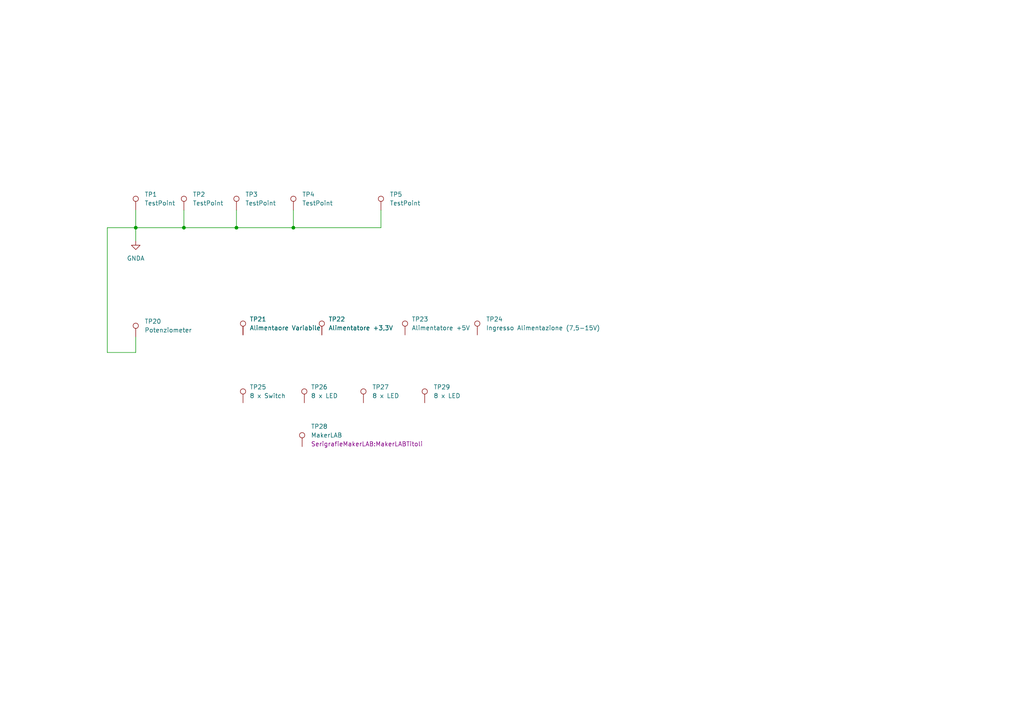
<source format=kicad_sch>
(kicad_sch (version 20211123) (generator eeschema)
  (paper "A4")
  (lib_symbols
    (symbol "Connector:TestPoint" (pin_numbers hide) (pin_names (offset 0.762) hide)
      (property "Reference" "TP" (at 0 6.858 0))
      (property "Value" "TestPoint" (at 0 5.08 0))
      (symbol "TestPoint_0_1"
        (circle (center 0 3.302) (radius 0.762))
      )
      (symbol "TestPoint_1_1"
        (pin passive line (at 0 0 90) (length 2.54) (name "1") (number "1"))
      )
    )
    (symbol "power:GNDA" (power) (pin_names (offset 0))
      (property "Value" "GNDA" (at 0 -3.81 0))
      (symbol "GNDA_0_1"
        (polyline (pts (xy 0 0) (xy 0 -1.27) (xy 1.27 -1.27) (xy 0 -2.54) (xy -1.27 -1.27) (xy 0 -1.27)))
      )
      (symbol "GNDA_1_1"
        (pin power_in line (at 0 0 270) (length 0) hide (name "GNDA") (number "1"))
      )
    )
  )
  (junction (at 68.58 66.04))
  (junction (at 85.09 66.04))
  (junction (at 53.34 66.04))
  (junction (at 39.37 66.04))
  (wire (pts (xy 68.58 66.04) (xy 85.09 66.04)))
  (wire (pts (xy 39.37 69.85) (xy 39.37 66.04)))
  (wire (pts (xy 85.09 66.04) (xy 110.49 66.04)))
  (wire (pts (xy 31.115 66.04) (xy 39.37 66.04)))
  (wire (pts (xy 68.58 60.96) (xy 68.58 66.04)))
  (wire (pts (xy 85.09 60.96) (xy 85.09 66.04)))
  (wire (pts (xy 39.37 60.96) (xy 39.37 66.04)))
  (wire (pts (xy 53.34 60.96) (xy 53.34 66.04)))
  (wire (pts (xy 110.49 66.04) (xy 110.49 60.96)))
  (wire (pts (xy 39.37 97.79) (xy 39.37 102.235)))
  (wire (pts (xy 39.37 66.04) (xy 53.34 66.04)))
  (wire (pts (xy 53.34 66.04) (xy 68.58 66.04)))
  (wire (pts (xy 31.115 102.235) (xy 31.115 66.04)))
  (wire (pts (xy 39.37 102.235) (xy 31.115 102.235)))
  (symbol (lib_id "power:GNDA") (at 39.37 69.85 0) (unit 1)
    (property "Reference" "#PWR0101" (effects hide))
    (property "Value" "GNDA" (at 39.37 74.93 0))
  )
  (symbol (lib_id "Connector:TestPoint") (at 70.485 116.84 0) (unit 1)
    (property "Reference" "TP25" (at 72.39 112.2679 0) (effects (justify left)))
    (property "Value" "8 x Switch" (at 72.39 114.8079 0) (effects (justify left)))
    (property "Footprint" "Symbol:Alimentatore Variabile" (effects hide))
  )
  (symbol (lib_id "Connector:TestPoint") (at 39.37 97.79 0) (unit 1)
    (property "Reference" "TP20" (at 41.91 93.2179 0) (effects (justify left)))
    (property "Value" "Potenziometer" (at 41.91 95.7579 0) (effects (justify left)))
    (property "Footprint" "MountingHole:MountingHole_6.5mm_Pad_Via" (effects hide))
  )
  (symbol (lib_id "Connector:TestPoint") (at 93.345 97.155 0) (unit 1)
    (property "Reference" "TP22" (at 95.25 92.5829 0) (effects (justify left)))
    (property "Value" "Alimentatore +3,3V" (at 95.25 95.1229 0) (effects (justify left)))
    (property "Footprint" "Symbol:Alimentatore Variabile" (effects hide))
  )
  (symbol (lib_id "Connector:TestPoint") (at 85.09 60.96 0) (unit 1)
    (property "Reference" "TP4" (at 87.63 56.3879 0) (effects (justify left)))
    (property "Value" "TestPoint" (at 87.63 58.9279 0) (effects (justify left)))
    (property "Footprint" "MountingHole:MountingHole_3.2mm_M3_Pad_Via" (effects hide))
  )
  (symbol (lib_id "Connector:TestPoint") (at 138.43 97.155 0) (unit 1)
    (property "Reference" "TP24" (at 140.97 92.5829 0) (effects (justify left)))
    (property "Value" "Ingresso Alimentazione (7,5-15V)" (at 140.97 95.1229 0) (effects (justify left)))
    (property "Footprint" "Symbol:Alimentatore Variabile" (effects hide))
  )
  (symbol (lib_id "Connector:TestPoint") (at 117.475 97.155 0) (unit 1)
    (property "Reference" "TP23" (at 119.38 92.5829 0) (effects (justify left)))
    (property "Value" "Alimentatore +5V" (at 119.38 95.1229 0) (effects (justify left)))
    (property "Footprint" "Symbol:Alimentatore Variabile" (effects hide))
  )
  (symbol (lib_id "Connector:TestPoint") (at 68.58 60.96 0) (unit 1)
    (property "Reference" "TP3" (at 71.12 56.3879 0) (effects (justify left)))
    (property "Value" "TestPoint" (at 71.12 58.9279 0) (effects (justify left)))
    (property "Footprint" "MountingHole:MountingHole_3.2mm_M3_Pad_Via" (effects hide))
  )
  (symbol (lib_id "Connector:TestPoint") (at 88.265 116.84 0) (unit 1)
    (property "Reference" "TP26" (at 90.17 112.2679 0) (effects (justify left)))
    (property "Value" "8 x LED" (at 90.17 114.8079 0) (effects (justify left)))
    (property "Footprint" "Symbol:Alimentatore Variabile" (effects hide))
  )
  (symbol (lib_id "Connector:TestPoint") (at 53.34 60.96 0) (unit 1)
    (property "Reference" "TP2" (at 55.88 56.3879 0) (effects (justify left)))
    (property "Value" "TestPoint" (at 55.88 58.9279 0) (effects (justify left)))
    (property "Footprint" "MountingHole:MountingHole_3.2mm_M3_Pad_Via" (effects hide))
  )
  (symbol (lib_id "Connector:TestPoint") (at 39.37 60.96 0) (unit 1)
    (property "Reference" "TP1" (at 41.91 56.3879 0) (effects (justify left)))
    (property "Value" "TestPoint" (at 41.91 58.9279 0) (effects (justify left)))
    (property "Footprint" "MountingHole:MountingHole_3.2mm_M3_Pad_Via" (effects hide))
  )
  (symbol (lib_id "Connector:TestPoint") (at 110.49 60.96 0) (unit 1)
    (property "Reference" "TP5" (at 113.03 56.3879 0) (effects (justify left)))
    (property "Value" "TestPoint" (at 113.03 58.9279 0) (effects (justify left)))
    (property "Footprint" "Breadboard:BreadBoard 81x146" (effects hide))
  )
  (symbol (lib_id "Connector:TestPoint") (at 70.485 97.155 0) (unit 1)
    (property "Reference" "TP21" (at 72.39 92.5829 0) (effects (justify left)))
    (property "Value" "Alimentaore Variabile" (at 72.39 95.1229 0) (effects (justify left)))
    (property "Footprint" "Symbol:Alimentatore Variabile" (effects hide))
  )
  (symbol (lib_id "Connector:TestPoint") (at 87.63 129.54 0) (unit 1)
    (property "Reference" "TP28" (at 90.17 123.6979 0) (effects (justify left)))
    (property "Value" "MakerLAB" (at 90.17 126.2379 0) (effects (justify left)))
    (property "Footprint" "SerigrafieMakerLAB:MakerLABTitoli" (at 90.17 128.7779 0) (effects (justify left)))
  )
  (symbol (lib_id "Connector:TestPoint") (at 105.41 116.84 0) (unit 1)
    (property "Reference" "TP27" (at 107.95 112.2679 0) (effects (justify left)))
    (property "Value" "8 x LED" (at 107.95 114.8079 0) (effects (justify left)))
    (property "Footprint" "SerigrafieMakerLAB:Disp4x7Seg" (effects hide))
  )
  (symbol (lib_id "Connector:TestPoint") (at 123.19 116.84 0) (unit 1)
    (property "Reference" "TP29" (at 125.73 112.2679 0) (effects (justify left)))
    (property "Value" "8 x LED" (at 125.73 114.8079 0) (effects (justify left)))
    (property "Footprint" "SerigrafieMakerLAB:Clock NE555" (effects hide))
  )
)
</source>
